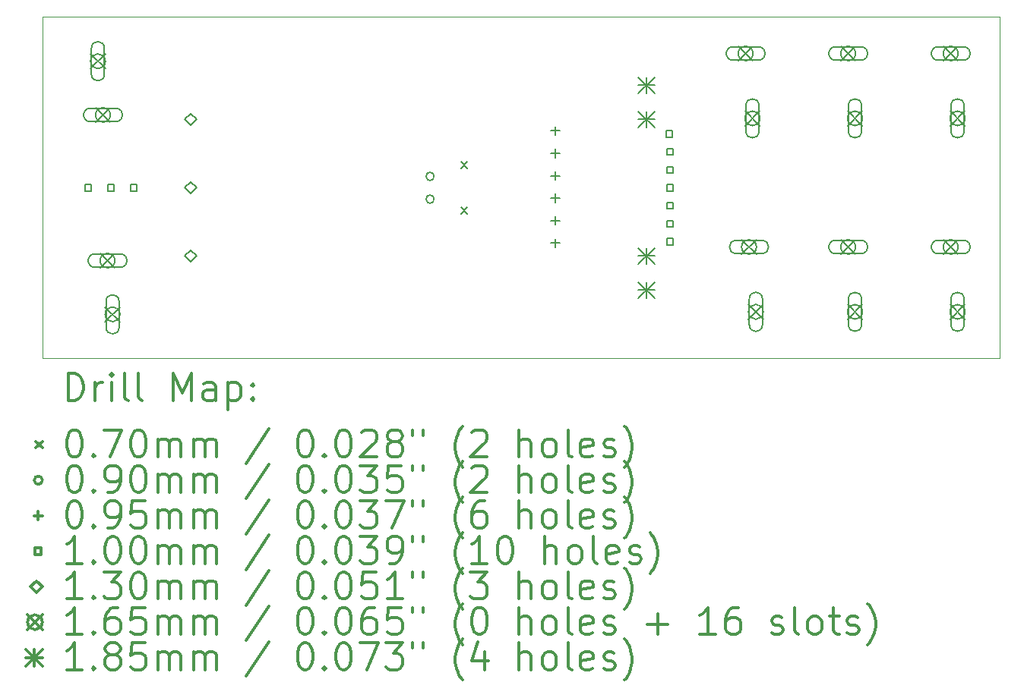
<source format=gbr>
%FSLAX45Y45*%
G04 Gerber Fmt 4.5, Leading zero omitted, Abs format (unit mm)*
G04 Created by KiCad (PCBNEW (5.1.9)-1) date 2021-04-12 23:16:39*
%MOMM*%
%LPD*%
G01*
G04 APERTURE LIST*
%TA.AperFunction,Profile*%
%ADD10C,0.050000*%
%TD*%
%ADD11C,0.200000*%
%ADD12C,0.300000*%
G04 APERTURE END LIST*
D10*
X18288000Y-8255000D02*
X18288000Y-4445000D01*
X7620000Y-8255000D02*
X18288000Y-8255000D01*
X7620000Y-4445000D02*
X7620000Y-8255000D01*
X18288000Y-4445000D02*
X7620000Y-4445000D01*
D11*
X12284000Y-6061000D02*
X12354000Y-6131000D01*
X12354000Y-6061000D02*
X12284000Y-6131000D01*
X12284000Y-6569000D02*
X12354000Y-6639000D01*
X12354000Y-6569000D02*
X12284000Y-6639000D01*
X11983000Y-6223000D02*
G75*
G03*
X11983000Y-6223000I-45000J0D01*
G01*
X11983000Y-6477000D02*
G75*
G03*
X11983000Y-6477000I-45000J0D01*
G01*
X13335000Y-5667500D02*
X13335000Y-5762500D01*
X13287500Y-5715000D02*
X13382500Y-5715000D01*
X13335000Y-5917500D02*
X13335000Y-6012500D01*
X13287500Y-5965000D02*
X13382500Y-5965000D01*
X13335000Y-6167500D02*
X13335000Y-6262500D01*
X13287500Y-6215000D02*
X13382500Y-6215000D01*
X13335000Y-6417500D02*
X13335000Y-6512500D01*
X13287500Y-6465000D02*
X13382500Y-6465000D01*
X13335000Y-6667500D02*
X13335000Y-6762500D01*
X13287500Y-6715000D02*
X13382500Y-6715000D01*
X13335000Y-6917500D02*
X13335000Y-7012500D01*
X13287500Y-6965000D02*
X13382500Y-6965000D01*
X8163356Y-6385356D02*
X8163356Y-6314644D01*
X8092644Y-6314644D01*
X8092644Y-6385356D01*
X8163356Y-6385356D01*
X8417356Y-6385356D02*
X8417356Y-6314644D01*
X8346644Y-6314644D01*
X8346644Y-6385356D01*
X8417356Y-6385356D01*
X8671356Y-6385356D02*
X8671356Y-6314644D01*
X8600644Y-6314644D01*
X8600644Y-6385356D01*
X8671356Y-6385356D01*
X14640356Y-5785356D02*
X14640356Y-5714644D01*
X14569644Y-5714644D01*
X14569644Y-5785356D01*
X14640356Y-5785356D01*
X14646356Y-5985356D02*
X14646356Y-5914644D01*
X14575644Y-5914644D01*
X14575644Y-5985356D01*
X14646356Y-5985356D01*
X14646356Y-6185356D02*
X14646356Y-6114644D01*
X14575644Y-6114644D01*
X14575644Y-6185356D01*
X14646356Y-6185356D01*
X14646356Y-6385356D02*
X14646356Y-6314644D01*
X14575644Y-6314644D01*
X14575644Y-6385356D01*
X14646356Y-6385356D01*
X14646356Y-6585356D02*
X14646356Y-6514644D01*
X14575644Y-6514644D01*
X14575644Y-6585356D01*
X14646356Y-6585356D01*
X14646356Y-6785356D02*
X14646356Y-6714644D01*
X14575644Y-6714644D01*
X14575644Y-6785356D01*
X14646356Y-6785356D01*
X14646356Y-6985356D02*
X14646356Y-6914644D01*
X14575644Y-6914644D01*
X14575644Y-6985356D01*
X14646356Y-6985356D01*
X9271000Y-5653000D02*
X9336000Y-5588000D01*
X9271000Y-5523000D01*
X9206000Y-5588000D01*
X9271000Y-5653000D01*
X9271000Y-6415000D02*
X9336000Y-6350000D01*
X9271000Y-6285000D01*
X9206000Y-6350000D01*
X9271000Y-6415000D01*
X9271000Y-7177000D02*
X9336000Y-7112000D01*
X9271000Y-7047000D01*
X9206000Y-7112000D01*
X9271000Y-7177000D01*
X8154650Y-4855250D02*
X8319750Y-5020350D01*
X8319750Y-4855250D02*
X8154650Y-5020350D01*
X8319750Y-4937800D02*
G75*
G03*
X8319750Y-4937800I-82550J0D01*
G01*
X8164650Y-4791750D02*
X8164650Y-5083850D01*
X8309750Y-4791750D02*
X8309750Y-5083850D01*
X8164650Y-5083850D02*
G75*
G03*
X8309750Y-5083850I72550J0D01*
G01*
X8309750Y-4791750D02*
G75*
G03*
X8164650Y-4791750I-72550J0D01*
G01*
X8210550Y-5454650D02*
X8375650Y-5619750D01*
X8375650Y-5454650D02*
X8210550Y-5619750D01*
X8375650Y-5537200D02*
G75*
G03*
X8375650Y-5537200I-82550J0D01*
G01*
X8439150Y-5464650D02*
X8147050Y-5464650D01*
X8439150Y-5609750D02*
X8147050Y-5609750D01*
X8147050Y-5464650D02*
G75*
G03*
X8147050Y-5609750I0J-72550D01*
G01*
X8439150Y-5609750D02*
G75*
G03*
X8439150Y-5464650I0J72550D01*
G01*
X8261350Y-7080250D02*
X8426450Y-7245350D01*
X8426450Y-7080250D02*
X8261350Y-7245350D01*
X8426450Y-7162800D02*
G75*
G03*
X8426450Y-7162800I-82550J0D01*
G01*
X8197850Y-7235350D02*
X8489950Y-7235350D01*
X8197850Y-7090250D02*
X8489950Y-7090250D01*
X8489950Y-7235350D02*
G75*
G03*
X8489950Y-7090250I0J72550D01*
G01*
X8197850Y-7090250D02*
G75*
G03*
X8197850Y-7235350I0J-72550D01*
G01*
X8317250Y-7679650D02*
X8482350Y-7844750D01*
X8482350Y-7679650D02*
X8317250Y-7844750D01*
X8482350Y-7762200D02*
G75*
G03*
X8482350Y-7762200I-82550J0D01*
G01*
X8472350Y-7908250D02*
X8472350Y-7616150D01*
X8327250Y-7908250D02*
X8327250Y-7616150D01*
X8472350Y-7616150D02*
G75*
G03*
X8327250Y-7616150I-72550J0D01*
G01*
X8327250Y-7908250D02*
G75*
G03*
X8472350Y-7908250I72550J0D01*
G01*
X15373350Y-4768850D02*
X15538450Y-4933950D01*
X15538450Y-4768850D02*
X15373350Y-4933950D01*
X15538450Y-4851400D02*
G75*
G03*
X15538450Y-4851400I-82550J0D01*
G01*
X15309850Y-4923950D02*
X15601950Y-4923950D01*
X15309850Y-4778850D02*
X15601950Y-4778850D01*
X15601950Y-4923950D02*
G75*
G03*
X15601950Y-4778850I0J72550D01*
G01*
X15309850Y-4778850D02*
G75*
G03*
X15309850Y-4923950I0J-72550D01*
G01*
X15411450Y-6927850D02*
X15576550Y-7092950D01*
X15576550Y-6927850D02*
X15411450Y-7092950D01*
X15576550Y-7010400D02*
G75*
G03*
X15576550Y-7010400I-82550J0D01*
G01*
X15347950Y-7082950D02*
X15640050Y-7082950D01*
X15347950Y-6937850D02*
X15640050Y-6937850D01*
X15640050Y-7082950D02*
G75*
G03*
X15640050Y-6937850I0J72550D01*
G01*
X15347950Y-6937850D02*
G75*
G03*
X15347950Y-7082950I0J-72550D01*
G01*
X15449550Y-5492750D02*
X15614650Y-5657850D01*
X15614650Y-5492750D02*
X15449550Y-5657850D01*
X15614650Y-5575300D02*
G75*
G03*
X15614650Y-5575300I-82550J0D01*
G01*
X15604650Y-5721350D02*
X15604650Y-5429250D01*
X15459550Y-5721350D02*
X15459550Y-5429250D01*
X15604650Y-5429250D02*
G75*
G03*
X15459550Y-5429250I-72550J0D01*
G01*
X15459550Y-5721350D02*
G75*
G03*
X15604650Y-5721350I72550J0D01*
G01*
X15487650Y-7651750D02*
X15652750Y-7816850D01*
X15652750Y-7651750D02*
X15487650Y-7816850D01*
X15652750Y-7734300D02*
G75*
G03*
X15652750Y-7734300I-82550J0D01*
G01*
X15642750Y-7880350D02*
X15642750Y-7588250D01*
X15497650Y-7880350D02*
X15497650Y-7588250D01*
X15642750Y-7588250D02*
G75*
G03*
X15497650Y-7588250I-72550J0D01*
G01*
X15497650Y-7880350D02*
G75*
G03*
X15642750Y-7880350I72550J0D01*
G01*
X16516350Y-4768850D02*
X16681450Y-4933950D01*
X16681450Y-4768850D02*
X16516350Y-4933950D01*
X16681450Y-4851400D02*
G75*
G03*
X16681450Y-4851400I-82550J0D01*
G01*
X16452850Y-4923950D02*
X16744950Y-4923950D01*
X16452850Y-4778850D02*
X16744950Y-4778850D01*
X16744950Y-4923950D02*
G75*
G03*
X16744950Y-4778850I0J72550D01*
G01*
X16452850Y-4778850D02*
G75*
G03*
X16452850Y-4923950I0J-72550D01*
G01*
X16516350Y-6927850D02*
X16681450Y-7092950D01*
X16681450Y-6927850D02*
X16516350Y-7092950D01*
X16681450Y-7010400D02*
G75*
G03*
X16681450Y-7010400I-82550J0D01*
G01*
X16452850Y-7082950D02*
X16744950Y-7082950D01*
X16452850Y-6937850D02*
X16744950Y-6937850D01*
X16744950Y-7082950D02*
G75*
G03*
X16744950Y-6937850I0J72550D01*
G01*
X16452850Y-6937850D02*
G75*
G03*
X16452850Y-7082950I0J-72550D01*
G01*
X16592550Y-5492750D02*
X16757650Y-5657850D01*
X16757650Y-5492750D02*
X16592550Y-5657850D01*
X16757650Y-5575300D02*
G75*
G03*
X16757650Y-5575300I-82550J0D01*
G01*
X16747650Y-5721350D02*
X16747650Y-5429250D01*
X16602550Y-5721350D02*
X16602550Y-5429250D01*
X16747650Y-5429250D02*
G75*
G03*
X16602550Y-5429250I-72550J0D01*
G01*
X16602550Y-5721350D02*
G75*
G03*
X16747650Y-5721350I72550J0D01*
G01*
X16592550Y-7651750D02*
X16757650Y-7816850D01*
X16757650Y-7651750D02*
X16592550Y-7816850D01*
X16757650Y-7734300D02*
G75*
G03*
X16757650Y-7734300I-82550J0D01*
G01*
X16747650Y-7880350D02*
X16747650Y-7588250D01*
X16602550Y-7880350D02*
X16602550Y-7588250D01*
X16747650Y-7588250D02*
G75*
G03*
X16602550Y-7588250I-72550J0D01*
G01*
X16602550Y-7880350D02*
G75*
G03*
X16747650Y-7880350I72550J0D01*
G01*
X17659350Y-4768850D02*
X17824450Y-4933950D01*
X17824450Y-4768850D02*
X17659350Y-4933950D01*
X17824450Y-4851400D02*
G75*
G03*
X17824450Y-4851400I-82550J0D01*
G01*
X17595850Y-4923950D02*
X17887950Y-4923950D01*
X17595850Y-4778850D02*
X17887950Y-4778850D01*
X17887950Y-4923950D02*
G75*
G03*
X17887950Y-4778850I0J72550D01*
G01*
X17595850Y-4778850D02*
G75*
G03*
X17595850Y-4923950I0J-72550D01*
G01*
X17659350Y-6927850D02*
X17824450Y-7092950D01*
X17824450Y-6927850D02*
X17659350Y-7092950D01*
X17824450Y-7010400D02*
G75*
G03*
X17824450Y-7010400I-82550J0D01*
G01*
X17595850Y-7082950D02*
X17887950Y-7082950D01*
X17595850Y-6937850D02*
X17887950Y-6937850D01*
X17887950Y-7082950D02*
G75*
G03*
X17887950Y-6937850I0J72550D01*
G01*
X17595850Y-6937850D02*
G75*
G03*
X17595850Y-7082950I0J-72550D01*
G01*
X17735550Y-5492750D02*
X17900650Y-5657850D01*
X17900650Y-5492750D02*
X17735550Y-5657850D01*
X17900650Y-5575300D02*
G75*
G03*
X17900650Y-5575300I-82550J0D01*
G01*
X17890650Y-5721350D02*
X17890650Y-5429250D01*
X17745550Y-5721350D02*
X17745550Y-5429250D01*
X17890650Y-5429250D02*
G75*
G03*
X17745550Y-5429250I-72550J0D01*
G01*
X17745550Y-5721350D02*
G75*
G03*
X17890650Y-5721350I72550J0D01*
G01*
X17735550Y-7651750D02*
X17900650Y-7816850D01*
X17900650Y-7651750D02*
X17735550Y-7816850D01*
X17900650Y-7734300D02*
G75*
G03*
X17900650Y-7734300I-82550J0D01*
G01*
X17890650Y-7880350D02*
X17890650Y-7588250D01*
X17745550Y-7880350D02*
X17745550Y-7588250D01*
X17890650Y-7588250D02*
G75*
G03*
X17745550Y-7588250I-72550J0D01*
G01*
X17745550Y-7880350D02*
G75*
G03*
X17890650Y-7880350I72550J0D01*
G01*
X14258500Y-5114500D02*
X14443500Y-5299500D01*
X14443500Y-5114500D02*
X14258500Y-5299500D01*
X14351000Y-5114500D02*
X14351000Y-5299500D01*
X14258500Y-5207000D02*
X14443500Y-5207000D01*
X14258500Y-5495500D02*
X14443500Y-5680500D01*
X14443500Y-5495500D02*
X14258500Y-5680500D01*
X14351000Y-5495500D02*
X14351000Y-5680500D01*
X14258500Y-5588000D02*
X14443500Y-5588000D01*
X14258500Y-7019500D02*
X14443500Y-7204500D01*
X14443500Y-7019500D02*
X14258500Y-7204500D01*
X14351000Y-7019500D02*
X14351000Y-7204500D01*
X14258500Y-7112000D02*
X14443500Y-7112000D01*
X14258500Y-7400500D02*
X14443500Y-7585500D01*
X14443500Y-7400500D02*
X14258500Y-7585500D01*
X14351000Y-7400500D02*
X14351000Y-7585500D01*
X14258500Y-7493000D02*
X14443500Y-7493000D01*
D12*
X7903928Y-8723214D02*
X7903928Y-8423214D01*
X7975357Y-8423214D01*
X8018214Y-8437500D01*
X8046786Y-8466072D01*
X8061071Y-8494643D01*
X8075357Y-8551786D01*
X8075357Y-8594643D01*
X8061071Y-8651786D01*
X8046786Y-8680357D01*
X8018214Y-8708929D01*
X7975357Y-8723214D01*
X7903928Y-8723214D01*
X8203928Y-8723214D02*
X8203928Y-8523214D01*
X8203928Y-8580357D02*
X8218214Y-8551786D01*
X8232500Y-8537500D01*
X8261071Y-8523214D01*
X8289643Y-8523214D01*
X8389643Y-8723214D02*
X8389643Y-8523214D01*
X8389643Y-8423214D02*
X8375357Y-8437500D01*
X8389643Y-8451786D01*
X8403928Y-8437500D01*
X8389643Y-8423214D01*
X8389643Y-8451786D01*
X8575357Y-8723214D02*
X8546786Y-8708929D01*
X8532500Y-8680357D01*
X8532500Y-8423214D01*
X8732500Y-8723214D02*
X8703928Y-8708929D01*
X8689643Y-8680357D01*
X8689643Y-8423214D01*
X9075357Y-8723214D02*
X9075357Y-8423214D01*
X9175357Y-8637500D01*
X9275357Y-8423214D01*
X9275357Y-8723214D01*
X9546786Y-8723214D02*
X9546786Y-8566072D01*
X9532500Y-8537500D01*
X9503928Y-8523214D01*
X9446786Y-8523214D01*
X9418214Y-8537500D01*
X9546786Y-8708929D02*
X9518214Y-8723214D01*
X9446786Y-8723214D01*
X9418214Y-8708929D01*
X9403928Y-8680357D01*
X9403928Y-8651786D01*
X9418214Y-8623214D01*
X9446786Y-8608929D01*
X9518214Y-8608929D01*
X9546786Y-8594643D01*
X9689643Y-8523214D02*
X9689643Y-8823214D01*
X9689643Y-8537500D02*
X9718214Y-8523214D01*
X9775357Y-8523214D01*
X9803928Y-8537500D01*
X9818214Y-8551786D01*
X9832500Y-8580357D01*
X9832500Y-8666072D01*
X9818214Y-8694643D01*
X9803928Y-8708929D01*
X9775357Y-8723214D01*
X9718214Y-8723214D01*
X9689643Y-8708929D01*
X9961071Y-8694643D02*
X9975357Y-8708929D01*
X9961071Y-8723214D01*
X9946786Y-8708929D01*
X9961071Y-8694643D01*
X9961071Y-8723214D01*
X9961071Y-8537500D02*
X9975357Y-8551786D01*
X9961071Y-8566072D01*
X9946786Y-8551786D01*
X9961071Y-8537500D01*
X9961071Y-8566072D01*
X7547500Y-9182500D02*
X7617500Y-9252500D01*
X7617500Y-9182500D02*
X7547500Y-9252500D01*
X7961071Y-9053214D02*
X7989643Y-9053214D01*
X8018214Y-9067500D01*
X8032500Y-9081786D01*
X8046786Y-9110357D01*
X8061071Y-9167500D01*
X8061071Y-9238929D01*
X8046786Y-9296072D01*
X8032500Y-9324643D01*
X8018214Y-9338929D01*
X7989643Y-9353214D01*
X7961071Y-9353214D01*
X7932500Y-9338929D01*
X7918214Y-9324643D01*
X7903928Y-9296072D01*
X7889643Y-9238929D01*
X7889643Y-9167500D01*
X7903928Y-9110357D01*
X7918214Y-9081786D01*
X7932500Y-9067500D01*
X7961071Y-9053214D01*
X8189643Y-9324643D02*
X8203928Y-9338929D01*
X8189643Y-9353214D01*
X8175357Y-9338929D01*
X8189643Y-9324643D01*
X8189643Y-9353214D01*
X8303928Y-9053214D02*
X8503928Y-9053214D01*
X8375357Y-9353214D01*
X8675357Y-9053214D02*
X8703928Y-9053214D01*
X8732500Y-9067500D01*
X8746786Y-9081786D01*
X8761071Y-9110357D01*
X8775357Y-9167500D01*
X8775357Y-9238929D01*
X8761071Y-9296072D01*
X8746786Y-9324643D01*
X8732500Y-9338929D01*
X8703928Y-9353214D01*
X8675357Y-9353214D01*
X8646786Y-9338929D01*
X8632500Y-9324643D01*
X8618214Y-9296072D01*
X8603928Y-9238929D01*
X8603928Y-9167500D01*
X8618214Y-9110357D01*
X8632500Y-9081786D01*
X8646786Y-9067500D01*
X8675357Y-9053214D01*
X8903928Y-9353214D02*
X8903928Y-9153214D01*
X8903928Y-9181786D02*
X8918214Y-9167500D01*
X8946786Y-9153214D01*
X8989643Y-9153214D01*
X9018214Y-9167500D01*
X9032500Y-9196072D01*
X9032500Y-9353214D01*
X9032500Y-9196072D02*
X9046786Y-9167500D01*
X9075357Y-9153214D01*
X9118214Y-9153214D01*
X9146786Y-9167500D01*
X9161071Y-9196072D01*
X9161071Y-9353214D01*
X9303928Y-9353214D02*
X9303928Y-9153214D01*
X9303928Y-9181786D02*
X9318214Y-9167500D01*
X9346786Y-9153214D01*
X9389643Y-9153214D01*
X9418214Y-9167500D01*
X9432500Y-9196072D01*
X9432500Y-9353214D01*
X9432500Y-9196072D02*
X9446786Y-9167500D01*
X9475357Y-9153214D01*
X9518214Y-9153214D01*
X9546786Y-9167500D01*
X9561071Y-9196072D01*
X9561071Y-9353214D01*
X10146786Y-9038929D02*
X9889643Y-9424643D01*
X10532500Y-9053214D02*
X10561071Y-9053214D01*
X10589643Y-9067500D01*
X10603928Y-9081786D01*
X10618214Y-9110357D01*
X10632500Y-9167500D01*
X10632500Y-9238929D01*
X10618214Y-9296072D01*
X10603928Y-9324643D01*
X10589643Y-9338929D01*
X10561071Y-9353214D01*
X10532500Y-9353214D01*
X10503928Y-9338929D01*
X10489643Y-9324643D01*
X10475357Y-9296072D01*
X10461071Y-9238929D01*
X10461071Y-9167500D01*
X10475357Y-9110357D01*
X10489643Y-9081786D01*
X10503928Y-9067500D01*
X10532500Y-9053214D01*
X10761071Y-9324643D02*
X10775357Y-9338929D01*
X10761071Y-9353214D01*
X10746786Y-9338929D01*
X10761071Y-9324643D01*
X10761071Y-9353214D01*
X10961071Y-9053214D02*
X10989643Y-9053214D01*
X11018214Y-9067500D01*
X11032500Y-9081786D01*
X11046786Y-9110357D01*
X11061071Y-9167500D01*
X11061071Y-9238929D01*
X11046786Y-9296072D01*
X11032500Y-9324643D01*
X11018214Y-9338929D01*
X10989643Y-9353214D01*
X10961071Y-9353214D01*
X10932500Y-9338929D01*
X10918214Y-9324643D01*
X10903928Y-9296072D01*
X10889643Y-9238929D01*
X10889643Y-9167500D01*
X10903928Y-9110357D01*
X10918214Y-9081786D01*
X10932500Y-9067500D01*
X10961071Y-9053214D01*
X11175357Y-9081786D02*
X11189643Y-9067500D01*
X11218214Y-9053214D01*
X11289643Y-9053214D01*
X11318214Y-9067500D01*
X11332500Y-9081786D01*
X11346786Y-9110357D01*
X11346786Y-9138929D01*
X11332500Y-9181786D01*
X11161071Y-9353214D01*
X11346786Y-9353214D01*
X11518214Y-9181786D02*
X11489643Y-9167500D01*
X11475357Y-9153214D01*
X11461071Y-9124643D01*
X11461071Y-9110357D01*
X11475357Y-9081786D01*
X11489643Y-9067500D01*
X11518214Y-9053214D01*
X11575357Y-9053214D01*
X11603928Y-9067500D01*
X11618214Y-9081786D01*
X11632500Y-9110357D01*
X11632500Y-9124643D01*
X11618214Y-9153214D01*
X11603928Y-9167500D01*
X11575357Y-9181786D01*
X11518214Y-9181786D01*
X11489643Y-9196072D01*
X11475357Y-9210357D01*
X11461071Y-9238929D01*
X11461071Y-9296072D01*
X11475357Y-9324643D01*
X11489643Y-9338929D01*
X11518214Y-9353214D01*
X11575357Y-9353214D01*
X11603928Y-9338929D01*
X11618214Y-9324643D01*
X11632500Y-9296072D01*
X11632500Y-9238929D01*
X11618214Y-9210357D01*
X11603928Y-9196072D01*
X11575357Y-9181786D01*
X11746786Y-9053214D02*
X11746786Y-9110357D01*
X11861071Y-9053214D02*
X11861071Y-9110357D01*
X12303928Y-9467500D02*
X12289643Y-9453214D01*
X12261071Y-9410357D01*
X12246786Y-9381786D01*
X12232500Y-9338929D01*
X12218214Y-9267500D01*
X12218214Y-9210357D01*
X12232500Y-9138929D01*
X12246786Y-9096072D01*
X12261071Y-9067500D01*
X12289643Y-9024643D01*
X12303928Y-9010357D01*
X12403928Y-9081786D02*
X12418214Y-9067500D01*
X12446786Y-9053214D01*
X12518214Y-9053214D01*
X12546786Y-9067500D01*
X12561071Y-9081786D01*
X12575357Y-9110357D01*
X12575357Y-9138929D01*
X12561071Y-9181786D01*
X12389643Y-9353214D01*
X12575357Y-9353214D01*
X12932500Y-9353214D02*
X12932500Y-9053214D01*
X13061071Y-9353214D02*
X13061071Y-9196072D01*
X13046786Y-9167500D01*
X13018214Y-9153214D01*
X12975357Y-9153214D01*
X12946786Y-9167500D01*
X12932500Y-9181786D01*
X13246786Y-9353214D02*
X13218214Y-9338929D01*
X13203928Y-9324643D01*
X13189643Y-9296072D01*
X13189643Y-9210357D01*
X13203928Y-9181786D01*
X13218214Y-9167500D01*
X13246786Y-9153214D01*
X13289643Y-9153214D01*
X13318214Y-9167500D01*
X13332500Y-9181786D01*
X13346786Y-9210357D01*
X13346786Y-9296072D01*
X13332500Y-9324643D01*
X13318214Y-9338929D01*
X13289643Y-9353214D01*
X13246786Y-9353214D01*
X13518214Y-9353214D02*
X13489643Y-9338929D01*
X13475357Y-9310357D01*
X13475357Y-9053214D01*
X13746786Y-9338929D02*
X13718214Y-9353214D01*
X13661071Y-9353214D01*
X13632500Y-9338929D01*
X13618214Y-9310357D01*
X13618214Y-9196072D01*
X13632500Y-9167500D01*
X13661071Y-9153214D01*
X13718214Y-9153214D01*
X13746786Y-9167500D01*
X13761071Y-9196072D01*
X13761071Y-9224643D01*
X13618214Y-9253214D01*
X13875357Y-9338929D02*
X13903928Y-9353214D01*
X13961071Y-9353214D01*
X13989643Y-9338929D01*
X14003928Y-9310357D01*
X14003928Y-9296072D01*
X13989643Y-9267500D01*
X13961071Y-9253214D01*
X13918214Y-9253214D01*
X13889643Y-9238929D01*
X13875357Y-9210357D01*
X13875357Y-9196072D01*
X13889643Y-9167500D01*
X13918214Y-9153214D01*
X13961071Y-9153214D01*
X13989643Y-9167500D01*
X14103928Y-9467500D02*
X14118214Y-9453214D01*
X14146786Y-9410357D01*
X14161071Y-9381786D01*
X14175357Y-9338929D01*
X14189643Y-9267500D01*
X14189643Y-9210357D01*
X14175357Y-9138929D01*
X14161071Y-9096072D01*
X14146786Y-9067500D01*
X14118214Y-9024643D01*
X14103928Y-9010357D01*
X7617500Y-9613500D02*
G75*
G03*
X7617500Y-9613500I-45000J0D01*
G01*
X7961071Y-9449214D02*
X7989643Y-9449214D01*
X8018214Y-9463500D01*
X8032500Y-9477786D01*
X8046786Y-9506357D01*
X8061071Y-9563500D01*
X8061071Y-9634929D01*
X8046786Y-9692072D01*
X8032500Y-9720643D01*
X8018214Y-9734929D01*
X7989643Y-9749214D01*
X7961071Y-9749214D01*
X7932500Y-9734929D01*
X7918214Y-9720643D01*
X7903928Y-9692072D01*
X7889643Y-9634929D01*
X7889643Y-9563500D01*
X7903928Y-9506357D01*
X7918214Y-9477786D01*
X7932500Y-9463500D01*
X7961071Y-9449214D01*
X8189643Y-9720643D02*
X8203928Y-9734929D01*
X8189643Y-9749214D01*
X8175357Y-9734929D01*
X8189643Y-9720643D01*
X8189643Y-9749214D01*
X8346786Y-9749214D02*
X8403928Y-9749214D01*
X8432500Y-9734929D01*
X8446786Y-9720643D01*
X8475357Y-9677786D01*
X8489643Y-9620643D01*
X8489643Y-9506357D01*
X8475357Y-9477786D01*
X8461071Y-9463500D01*
X8432500Y-9449214D01*
X8375357Y-9449214D01*
X8346786Y-9463500D01*
X8332500Y-9477786D01*
X8318214Y-9506357D01*
X8318214Y-9577786D01*
X8332500Y-9606357D01*
X8346786Y-9620643D01*
X8375357Y-9634929D01*
X8432500Y-9634929D01*
X8461071Y-9620643D01*
X8475357Y-9606357D01*
X8489643Y-9577786D01*
X8675357Y-9449214D02*
X8703928Y-9449214D01*
X8732500Y-9463500D01*
X8746786Y-9477786D01*
X8761071Y-9506357D01*
X8775357Y-9563500D01*
X8775357Y-9634929D01*
X8761071Y-9692072D01*
X8746786Y-9720643D01*
X8732500Y-9734929D01*
X8703928Y-9749214D01*
X8675357Y-9749214D01*
X8646786Y-9734929D01*
X8632500Y-9720643D01*
X8618214Y-9692072D01*
X8603928Y-9634929D01*
X8603928Y-9563500D01*
X8618214Y-9506357D01*
X8632500Y-9477786D01*
X8646786Y-9463500D01*
X8675357Y-9449214D01*
X8903928Y-9749214D02*
X8903928Y-9549214D01*
X8903928Y-9577786D02*
X8918214Y-9563500D01*
X8946786Y-9549214D01*
X8989643Y-9549214D01*
X9018214Y-9563500D01*
X9032500Y-9592072D01*
X9032500Y-9749214D01*
X9032500Y-9592072D02*
X9046786Y-9563500D01*
X9075357Y-9549214D01*
X9118214Y-9549214D01*
X9146786Y-9563500D01*
X9161071Y-9592072D01*
X9161071Y-9749214D01*
X9303928Y-9749214D02*
X9303928Y-9549214D01*
X9303928Y-9577786D02*
X9318214Y-9563500D01*
X9346786Y-9549214D01*
X9389643Y-9549214D01*
X9418214Y-9563500D01*
X9432500Y-9592072D01*
X9432500Y-9749214D01*
X9432500Y-9592072D02*
X9446786Y-9563500D01*
X9475357Y-9549214D01*
X9518214Y-9549214D01*
X9546786Y-9563500D01*
X9561071Y-9592072D01*
X9561071Y-9749214D01*
X10146786Y-9434929D02*
X9889643Y-9820643D01*
X10532500Y-9449214D02*
X10561071Y-9449214D01*
X10589643Y-9463500D01*
X10603928Y-9477786D01*
X10618214Y-9506357D01*
X10632500Y-9563500D01*
X10632500Y-9634929D01*
X10618214Y-9692072D01*
X10603928Y-9720643D01*
X10589643Y-9734929D01*
X10561071Y-9749214D01*
X10532500Y-9749214D01*
X10503928Y-9734929D01*
X10489643Y-9720643D01*
X10475357Y-9692072D01*
X10461071Y-9634929D01*
X10461071Y-9563500D01*
X10475357Y-9506357D01*
X10489643Y-9477786D01*
X10503928Y-9463500D01*
X10532500Y-9449214D01*
X10761071Y-9720643D02*
X10775357Y-9734929D01*
X10761071Y-9749214D01*
X10746786Y-9734929D01*
X10761071Y-9720643D01*
X10761071Y-9749214D01*
X10961071Y-9449214D02*
X10989643Y-9449214D01*
X11018214Y-9463500D01*
X11032500Y-9477786D01*
X11046786Y-9506357D01*
X11061071Y-9563500D01*
X11061071Y-9634929D01*
X11046786Y-9692072D01*
X11032500Y-9720643D01*
X11018214Y-9734929D01*
X10989643Y-9749214D01*
X10961071Y-9749214D01*
X10932500Y-9734929D01*
X10918214Y-9720643D01*
X10903928Y-9692072D01*
X10889643Y-9634929D01*
X10889643Y-9563500D01*
X10903928Y-9506357D01*
X10918214Y-9477786D01*
X10932500Y-9463500D01*
X10961071Y-9449214D01*
X11161071Y-9449214D02*
X11346786Y-9449214D01*
X11246786Y-9563500D01*
X11289643Y-9563500D01*
X11318214Y-9577786D01*
X11332500Y-9592072D01*
X11346786Y-9620643D01*
X11346786Y-9692072D01*
X11332500Y-9720643D01*
X11318214Y-9734929D01*
X11289643Y-9749214D01*
X11203928Y-9749214D01*
X11175357Y-9734929D01*
X11161071Y-9720643D01*
X11618214Y-9449214D02*
X11475357Y-9449214D01*
X11461071Y-9592072D01*
X11475357Y-9577786D01*
X11503928Y-9563500D01*
X11575357Y-9563500D01*
X11603928Y-9577786D01*
X11618214Y-9592072D01*
X11632500Y-9620643D01*
X11632500Y-9692072D01*
X11618214Y-9720643D01*
X11603928Y-9734929D01*
X11575357Y-9749214D01*
X11503928Y-9749214D01*
X11475357Y-9734929D01*
X11461071Y-9720643D01*
X11746786Y-9449214D02*
X11746786Y-9506357D01*
X11861071Y-9449214D02*
X11861071Y-9506357D01*
X12303928Y-9863500D02*
X12289643Y-9849214D01*
X12261071Y-9806357D01*
X12246786Y-9777786D01*
X12232500Y-9734929D01*
X12218214Y-9663500D01*
X12218214Y-9606357D01*
X12232500Y-9534929D01*
X12246786Y-9492072D01*
X12261071Y-9463500D01*
X12289643Y-9420643D01*
X12303928Y-9406357D01*
X12403928Y-9477786D02*
X12418214Y-9463500D01*
X12446786Y-9449214D01*
X12518214Y-9449214D01*
X12546786Y-9463500D01*
X12561071Y-9477786D01*
X12575357Y-9506357D01*
X12575357Y-9534929D01*
X12561071Y-9577786D01*
X12389643Y-9749214D01*
X12575357Y-9749214D01*
X12932500Y-9749214D02*
X12932500Y-9449214D01*
X13061071Y-9749214D02*
X13061071Y-9592072D01*
X13046786Y-9563500D01*
X13018214Y-9549214D01*
X12975357Y-9549214D01*
X12946786Y-9563500D01*
X12932500Y-9577786D01*
X13246786Y-9749214D02*
X13218214Y-9734929D01*
X13203928Y-9720643D01*
X13189643Y-9692072D01*
X13189643Y-9606357D01*
X13203928Y-9577786D01*
X13218214Y-9563500D01*
X13246786Y-9549214D01*
X13289643Y-9549214D01*
X13318214Y-9563500D01*
X13332500Y-9577786D01*
X13346786Y-9606357D01*
X13346786Y-9692072D01*
X13332500Y-9720643D01*
X13318214Y-9734929D01*
X13289643Y-9749214D01*
X13246786Y-9749214D01*
X13518214Y-9749214D02*
X13489643Y-9734929D01*
X13475357Y-9706357D01*
X13475357Y-9449214D01*
X13746786Y-9734929D02*
X13718214Y-9749214D01*
X13661071Y-9749214D01*
X13632500Y-9734929D01*
X13618214Y-9706357D01*
X13618214Y-9592072D01*
X13632500Y-9563500D01*
X13661071Y-9549214D01*
X13718214Y-9549214D01*
X13746786Y-9563500D01*
X13761071Y-9592072D01*
X13761071Y-9620643D01*
X13618214Y-9649214D01*
X13875357Y-9734929D02*
X13903928Y-9749214D01*
X13961071Y-9749214D01*
X13989643Y-9734929D01*
X14003928Y-9706357D01*
X14003928Y-9692072D01*
X13989643Y-9663500D01*
X13961071Y-9649214D01*
X13918214Y-9649214D01*
X13889643Y-9634929D01*
X13875357Y-9606357D01*
X13875357Y-9592072D01*
X13889643Y-9563500D01*
X13918214Y-9549214D01*
X13961071Y-9549214D01*
X13989643Y-9563500D01*
X14103928Y-9863500D02*
X14118214Y-9849214D01*
X14146786Y-9806357D01*
X14161071Y-9777786D01*
X14175357Y-9734929D01*
X14189643Y-9663500D01*
X14189643Y-9606357D01*
X14175357Y-9534929D01*
X14161071Y-9492072D01*
X14146786Y-9463500D01*
X14118214Y-9420643D01*
X14103928Y-9406357D01*
X7570000Y-9962000D02*
X7570000Y-10057000D01*
X7522500Y-10009500D02*
X7617500Y-10009500D01*
X7961071Y-9845214D02*
X7989643Y-9845214D01*
X8018214Y-9859500D01*
X8032500Y-9873786D01*
X8046786Y-9902357D01*
X8061071Y-9959500D01*
X8061071Y-10030929D01*
X8046786Y-10088072D01*
X8032500Y-10116643D01*
X8018214Y-10130929D01*
X7989643Y-10145214D01*
X7961071Y-10145214D01*
X7932500Y-10130929D01*
X7918214Y-10116643D01*
X7903928Y-10088072D01*
X7889643Y-10030929D01*
X7889643Y-9959500D01*
X7903928Y-9902357D01*
X7918214Y-9873786D01*
X7932500Y-9859500D01*
X7961071Y-9845214D01*
X8189643Y-10116643D02*
X8203928Y-10130929D01*
X8189643Y-10145214D01*
X8175357Y-10130929D01*
X8189643Y-10116643D01*
X8189643Y-10145214D01*
X8346786Y-10145214D02*
X8403928Y-10145214D01*
X8432500Y-10130929D01*
X8446786Y-10116643D01*
X8475357Y-10073786D01*
X8489643Y-10016643D01*
X8489643Y-9902357D01*
X8475357Y-9873786D01*
X8461071Y-9859500D01*
X8432500Y-9845214D01*
X8375357Y-9845214D01*
X8346786Y-9859500D01*
X8332500Y-9873786D01*
X8318214Y-9902357D01*
X8318214Y-9973786D01*
X8332500Y-10002357D01*
X8346786Y-10016643D01*
X8375357Y-10030929D01*
X8432500Y-10030929D01*
X8461071Y-10016643D01*
X8475357Y-10002357D01*
X8489643Y-9973786D01*
X8761071Y-9845214D02*
X8618214Y-9845214D01*
X8603928Y-9988072D01*
X8618214Y-9973786D01*
X8646786Y-9959500D01*
X8718214Y-9959500D01*
X8746786Y-9973786D01*
X8761071Y-9988072D01*
X8775357Y-10016643D01*
X8775357Y-10088072D01*
X8761071Y-10116643D01*
X8746786Y-10130929D01*
X8718214Y-10145214D01*
X8646786Y-10145214D01*
X8618214Y-10130929D01*
X8603928Y-10116643D01*
X8903928Y-10145214D02*
X8903928Y-9945214D01*
X8903928Y-9973786D02*
X8918214Y-9959500D01*
X8946786Y-9945214D01*
X8989643Y-9945214D01*
X9018214Y-9959500D01*
X9032500Y-9988072D01*
X9032500Y-10145214D01*
X9032500Y-9988072D02*
X9046786Y-9959500D01*
X9075357Y-9945214D01*
X9118214Y-9945214D01*
X9146786Y-9959500D01*
X9161071Y-9988072D01*
X9161071Y-10145214D01*
X9303928Y-10145214D02*
X9303928Y-9945214D01*
X9303928Y-9973786D02*
X9318214Y-9959500D01*
X9346786Y-9945214D01*
X9389643Y-9945214D01*
X9418214Y-9959500D01*
X9432500Y-9988072D01*
X9432500Y-10145214D01*
X9432500Y-9988072D02*
X9446786Y-9959500D01*
X9475357Y-9945214D01*
X9518214Y-9945214D01*
X9546786Y-9959500D01*
X9561071Y-9988072D01*
X9561071Y-10145214D01*
X10146786Y-9830929D02*
X9889643Y-10216643D01*
X10532500Y-9845214D02*
X10561071Y-9845214D01*
X10589643Y-9859500D01*
X10603928Y-9873786D01*
X10618214Y-9902357D01*
X10632500Y-9959500D01*
X10632500Y-10030929D01*
X10618214Y-10088072D01*
X10603928Y-10116643D01*
X10589643Y-10130929D01*
X10561071Y-10145214D01*
X10532500Y-10145214D01*
X10503928Y-10130929D01*
X10489643Y-10116643D01*
X10475357Y-10088072D01*
X10461071Y-10030929D01*
X10461071Y-9959500D01*
X10475357Y-9902357D01*
X10489643Y-9873786D01*
X10503928Y-9859500D01*
X10532500Y-9845214D01*
X10761071Y-10116643D02*
X10775357Y-10130929D01*
X10761071Y-10145214D01*
X10746786Y-10130929D01*
X10761071Y-10116643D01*
X10761071Y-10145214D01*
X10961071Y-9845214D02*
X10989643Y-9845214D01*
X11018214Y-9859500D01*
X11032500Y-9873786D01*
X11046786Y-9902357D01*
X11061071Y-9959500D01*
X11061071Y-10030929D01*
X11046786Y-10088072D01*
X11032500Y-10116643D01*
X11018214Y-10130929D01*
X10989643Y-10145214D01*
X10961071Y-10145214D01*
X10932500Y-10130929D01*
X10918214Y-10116643D01*
X10903928Y-10088072D01*
X10889643Y-10030929D01*
X10889643Y-9959500D01*
X10903928Y-9902357D01*
X10918214Y-9873786D01*
X10932500Y-9859500D01*
X10961071Y-9845214D01*
X11161071Y-9845214D02*
X11346786Y-9845214D01*
X11246786Y-9959500D01*
X11289643Y-9959500D01*
X11318214Y-9973786D01*
X11332500Y-9988072D01*
X11346786Y-10016643D01*
X11346786Y-10088072D01*
X11332500Y-10116643D01*
X11318214Y-10130929D01*
X11289643Y-10145214D01*
X11203928Y-10145214D01*
X11175357Y-10130929D01*
X11161071Y-10116643D01*
X11446786Y-9845214D02*
X11646786Y-9845214D01*
X11518214Y-10145214D01*
X11746786Y-9845214D02*
X11746786Y-9902357D01*
X11861071Y-9845214D02*
X11861071Y-9902357D01*
X12303928Y-10259500D02*
X12289643Y-10245214D01*
X12261071Y-10202357D01*
X12246786Y-10173786D01*
X12232500Y-10130929D01*
X12218214Y-10059500D01*
X12218214Y-10002357D01*
X12232500Y-9930929D01*
X12246786Y-9888072D01*
X12261071Y-9859500D01*
X12289643Y-9816643D01*
X12303928Y-9802357D01*
X12546786Y-9845214D02*
X12489643Y-9845214D01*
X12461071Y-9859500D01*
X12446786Y-9873786D01*
X12418214Y-9916643D01*
X12403928Y-9973786D01*
X12403928Y-10088072D01*
X12418214Y-10116643D01*
X12432500Y-10130929D01*
X12461071Y-10145214D01*
X12518214Y-10145214D01*
X12546786Y-10130929D01*
X12561071Y-10116643D01*
X12575357Y-10088072D01*
X12575357Y-10016643D01*
X12561071Y-9988072D01*
X12546786Y-9973786D01*
X12518214Y-9959500D01*
X12461071Y-9959500D01*
X12432500Y-9973786D01*
X12418214Y-9988072D01*
X12403928Y-10016643D01*
X12932500Y-10145214D02*
X12932500Y-9845214D01*
X13061071Y-10145214D02*
X13061071Y-9988072D01*
X13046786Y-9959500D01*
X13018214Y-9945214D01*
X12975357Y-9945214D01*
X12946786Y-9959500D01*
X12932500Y-9973786D01*
X13246786Y-10145214D02*
X13218214Y-10130929D01*
X13203928Y-10116643D01*
X13189643Y-10088072D01*
X13189643Y-10002357D01*
X13203928Y-9973786D01*
X13218214Y-9959500D01*
X13246786Y-9945214D01*
X13289643Y-9945214D01*
X13318214Y-9959500D01*
X13332500Y-9973786D01*
X13346786Y-10002357D01*
X13346786Y-10088072D01*
X13332500Y-10116643D01*
X13318214Y-10130929D01*
X13289643Y-10145214D01*
X13246786Y-10145214D01*
X13518214Y-10145214D02*
X13489643Y-10130929D01*
X13475357Y-10102357D01*
X13475357Y-9845214D01*
X13746786Y-10130929D02*
X13718214Y-10145214D01*
X13661071Y-10145214D01*
X13632500Y-10130929D01*
X13618214Y-10102357D01*
X13618214Y-9988072D01*
X13632500Y-9959500D01*
X13661071Y-9945214D01*
X13718214Y-9945214D01*
X13746786Y-9959500D01*
X13761071Y-9988072D01*
X13761071Y-10016643D01*
X13618214Y-10045214D01*
X13875357Y-10130929D02*
X13903928Y-10145214D01*
X13961071Y-10145214D01*
X13989643Y-10130929D01*
X14003928Y-10102357D01*
X14003928Y-10088072D01*
X13989643Y-10059500D01*
X13961071Y-10045214D01*
X13918214Y-10045214D01*
X13889643Y-10030929D01*
X13875357Y-10002357D01*
X13875357Y-9988072D01*
X13889643Y-9959500D01*
X13918214Y-9945214D01*
X13961071Y-9945214D01*
X13989643Y-9959500D01*
X14103928Y-10259500D02*
X14118214Y-10245214D01*
X14146786Y-10202357D01*
X14161071Y-10173786D01*
X14175357Y-10130929D01*
X14189643Y-10059500D01*
X14189643Y-10002357D01*
X14175357Y-9930929D01*
X14161071Y-9888072D01*
X14146786Y-9859500D01*
X14118214Y-9816643D01*
X14103928Y-9802357D01*
X7602856Y-10440856D02*
X7602856Y-10370144D01*
X7532144Y-10370144D01*
X7532144Y-10440856D01*
X7602856Y-10440856D01*
X8061071Y-10541214D02*
X7889643Y-10541214D01*
X7975357Y-10541214D02*
X7975357Y-10241214D01*
X7946786Y-10284072D01*
X7918214Y-10312643D01*
X7889643Y-10326929D01*
X8189643Y-10512643D02*
X8203928Y-10526929D01*
X8189643Y-10541214D01*
X8175357Y-10526929D01*
X8189643Y-10512643D01*
X8189643Y-10541214D01*
X8389643Y-10241214D02*
X8418214Y-10241214D01*
X8446786Y-10255500D01*
X8461071Y-10269786D01*
X8475357Y-10298357D01*
X8489643Y-10355500D01*
X8489643Y-10426929D01*
X8475357Y-10484072D01*
X8461071Y-10512643D01*
X8446786Y-10526929D01*
X8418214Y-10541214D01*
X8389643Y-10541214D01*
X8361071Y-10526929D01*
X8346786Y-10512643D01*
X8332500Y-10484072D01*
X8318214Y-10426929D01*
X8318214Y-10355500D01*
X8332500Y-10298357D01*
X8346786Y-10269786D01*
X8361071Y-10255500D01*
X8389643Y-10241214D01*
X8675357Y-10241214D02*
X8703928Y-10241214D01*
X8732500Y-10255500D01*
X8746786Y-10269786D01*
X8761071Y-10298357D01*
X8775357Y-10355500D01*
X8775357Y-10426929D01*
X8761071Y-10484072D01*
X8746786Y-10512643D01*
X8732500Y-10526929D01*
X8703928Y-10541214D01*
X8675357Y-10541214D01*
X8646786Y-10526929D01*
X8632500Y-10512643D01*
X8618214Y-10484072D01*
X8603928Y-10426929D01*
X8603928Y-10355500D01*
X8618214Y-10298357D01*
X8632500Y-10269786D01*
X8646786Y-10255500D01*
X8675357Y-10241214D01*
X8903928Y-10541214D02*
X8903928Y-10341214D01*
X8903928Y-10369786D02*
X8918214Y-10355500D01*
X8946786Y-10341214D01*
X8989643Y-10341214D01*
X9018214Y-10355500D01*
X9032500Y-10384072D01*
X9032500Y-10541214D01*
X9032500Y-10384072D02*
X9046786Y-10355500D01*
X9075357Y-10341214D01*
X9118214Y-10341214D01*
X9146786Y-10355500D01*
X9161071Y-10384072D01*
X9161071Y-10541214D01*
X9303928Y-10541214D02*
X9303928Y-10341214D01*
X9303928Y-10369786D02*
X9318214Y-10355500D01*
X9346786Y-10341214D01*
X9389643Y-10341214D01*
X9418214Y-10355500D01*
X9432500Y-10384072D01*
X9432500Y-10541214D01*
X9432500Y-10384072D02*
X9446786Y-10355500D01*
X9475357Y-10341214D01*
X9518214Y-10341214D01*
X9546786Y-10355500D01*
X9561071Y-10384072D01*
X9561071Y-10541214D01*
X10146786Y-10226929D02*
X9889643Y-10612643D01*
X10532500Y-10241214D02*
X10561071Y-10241214D01*
X10589643Y-10255500D01*
X10603928Y-10269786D01*
X10618214Y-10298357D01*
X10632500Y-10355500D01*
X10632500Y-10426929D01*
X10618214Y-10484072D01*
X10603928Y-10512643D01*
X10589643Y-10526929D01*
X10561071Y-10541214D01*
X10532500Y-10541214D01*
X10503928Y-10526929D01*
X10489643Y-10512643D01*
X10475357Y-10484072D01*
X10461071Y-10426929D01*
X10461071Y-10355500D01*
X10475357Y-10298357D01*
X10489643Y-10269786D01*
X10503928Y-10255500D01*
X10532500Y-10241214D01*
X10761071Y-10512643D02*
X10775357Y-10526929D01*
X10761071Y-10541214D01*
X10746786Y-10526929D01*
X10761071Y-10512643D01*
X10761071Y-10541214D01*
X10961071Y-10241214D02*
X10989643Y-10241214D01*
X11018214Y-10255500D01*
X11032500Y-10269786D01*
X11046786Y-10298357D01*
X11061071Y-10355500D01*
X11061071Y-10426929D01*
X11046786Y-10484072D01*
X11032500Y-10512643D01*
X11018214Y-10526929D01*
X10989643Y-10541214D01*
X10961071Y-10541214D01*
X10932500Y-10526929D01*
X10918214Y-10512643D01*
X10903928Y-10484072D01*
X10889643Y-10426929D01*
X10889643Y-10355500D01*
X10903928Y-10298357D01*
X10918214Y-10269786D01*
X10932500Y-10255500D01*
X10961071Y-10241214D01*
X11161071Y-10241214D02*
X11346786Y-10241214D01*
X11246786Y-10355500D01*
X11289643Y-10355500D01*
X11318214Y-10369786D01*
X11332500Y-10384072D01*
X11346786Y-10412643D01*
X11346786Y-10484072D01*
X11332500Y-10512643D01*
X11318214Y-10526929D01*
X11289643Y-10541214D01*
X11203928Y-10541214D01*
X11175357Y-10526929D01*
X11161071Y-10512643D01*
X11489643Y-10541214D02*
X11546786Y-10541214D01*
X11575357Y-10526929D01*
X11589643Y-10512643D01*
X11618214Y-10469786D01*
X11632500Y-10412643D01*
X11632500Y-10298357D01*
X11618214Y-10269786D01*
X11603928Y-10255500D01*
X11575357Y-10241214D01*
X11518214Y-10241214D01*
X11489643Y-10255500D01*
X11475357Y-10269786D01*
X11461071Y-10298357D01*
X11461071Y-10369786D01*
X11475357Y-10398357D01*
X11489643Y-10412643D01*
X11518214Y-10426929D01*
X11575357Y-10426929D01*
X11603928Y-10412643D01*
X11618214Y-10398357D01*
X11632500Y-10369786D01*
X11746786Y-10241214D02*
X11746786Y-10298357D01*
X11861071Y-10241214D02*
X11861071Y-10298357D01*
X12303928Y-10655500D02*
X12289643Y-10641214D01*
X12261071Y-10598357D01*
X12246786Y-10569786D01*
X12232500Y-10526929D01*
X12218214Y-10455500D01*
X12218214Y-10398357D01*
X12232500Y-10326929D01*
X12246786Y-10284072D01*
X12261071Y-10255500D01*
X12289643Y-10212643D01*
X12303928Y-10198357D01*
X12575357Y-10541214D02*
X12403928Y-10541214D01*
X12489643Y-10541214D02*
X12489643Y-10241214D01*
X12461071Y-10284072D01*
X12432500Y-10312643D01*
X12403928Y-10326929D01*
X12761071Y-10241214D02*
X12789643Y-10241214D01*
X12818214Y-10255500D01*
X12832500Y-10269786D01*
X12846786Y-10298357D01*
X12861071Y-10355500D01*
X12861071Y-10426929D01*
X12846786Y-10484072D01*
X12832500Y-10512643D01*
X12818214Y-10526929D01*
X12789643Y-10541214D01*
X12761071Y-10541214D01*
X12732500Y-10526929D01*
X12718214Y-10512643D01*
X12703928Y-10484072D01*
X12689643Y-10426929D01*
X12689643Y-10355500D01*
X12703928Y-10298357D01*
X12718214Y-10269786D01*
X12732500Y-10255500D01*
X12761071Y-10241214D01*
X13218214Y-10541214D02*
X13218214Y-10241214D01*
X13346786Y-10541214D02*
X13346786Y-10384072D01*
X13332500Y-10355500D01*
X13303928Y-10341214D01*
X13261071Y-10341214D01*
X13232500Y-10355500D01*
X13218214Y-10369786D01*
X13532500Y-10541214D02*
X13503928Y-10526929D01*
X13489643Y-10512643D01*
X13475357Y-10484072D01*
X13475357Y-10398357D01*
X13489643Y-10369786D01*
X13503928Y-10355500D01*
X13532500Y-10341214D01*
X13575357Y-10341214D01*
X13603928Y-10355500D01*
X13618214Y-10369786D01*
X13632500Y-10398357D01*
X13632500Y-10484072D01*
X13618214Y-10512643D01*
X13603928Y-10526929D01*
X13575357Y-10541214D01*
X13532500Y-10541214D01*
X13803928Y-10541214D02*
X13775357Y-10526929D01*
X13761071Y-10498357D01*
X13761071Y-10241214D01*
X14032500Y-10526929D02*
X14003928Y-10541214D01*
X13946786Y-10541214D01*
X13918214Y-10526929D01*
X13903928Y-10498357D01*
X13903928Y-10384072D01*
X13918214Y-10355500D01*
X13946786Y-10341214D01*
X14003928Y-10341214D01*
X14032500Y-10355500D01*
X14046786Y-10384072D01*
X14046786Y-10412643D01*
X13903928Y-10441214D01*
X14161071Y-10526929D02*
X14189643Y-10541214D01*
X14246786Y-10541214D01*
X14275357Y-10526929D01*
X14289643Y-10498357D01*
X14289643Y-10484072D01*
X14275357Y-10455500D01*
X14246786Y-10441214D01*
X14203928Y-10441214D01*
X14175357Y-10426929D01*
X14161071Y-10398357D01*
X14161071Y-10384072D01*
X14175357Y-10355500D01*
X14203928Y-10341214D01*
X14246786Y-10341214D01*
X14275357Y-10355500D01*
X14389643Y-10655500D02*
X14403928Y-10641214D01*
X14432500Y-10598357D01*
X14446786Y-10569786D01*
X14461071Y-10526929D01*
X14475357Y-10455500D01*
X14475357Y-10398357D01*
X14461071Y-10326929D01*
X14446786Y-10284072D01*
X14432500Y-10255500D01*
X14403928Y-10212643D01*
X14389643Y-10198357D01*
X7552500Y-10866500D02*
X7617500Y-10801500D01*
X7552500Y-10736500D01*
X7487500Y-10801500D01*
X7552500Y-10866500D01*
X8061071Y-10937214D02*
X7889643Y-10937214D01*
X7975357Y-10937214D02*
X7975357Y-10637214D01*
X7946786Y-10680072D01*
X7918214Y-10708643D01*
X7889643Y-10722929D01*
X8189643Y-10908643D02*
X8203928Y-10922929D01*
X8189643Y-10937214D01*
X8175357Y-10922929D01*
X8189643Y-10908643D01*
X8189643Y-10937214D01*
X8303928Y-10637214D02*
X8489643Y-10637214D01*
X8389643Y-10751500D01*
X8432500Y-10751500D01*
X8461071Y-10765786D01*
X8475357Y-10780072D01*
X8489643Y-10808643D01*
X8489643Y-10880072D01*
X8475357Y-10908643D01*
X8461071Y-10922929D01*
X8432500Y-10937214D01*
X8346786Y-10937214D01*
X8318214Y-10922929D01*
X8303928Y-10908643D01*
X8675357Y-10637214D02*
X8703928Y-10637214D01*
X8732500Y-10651500D01*
X8746786Y-10665786D01*
X8761071Y-10694357D01*
X8775357Y-10751500D01*
X8775357Y-10822929D01*
X8761071Y-10880072D01*
X8746786Y-10908643D01*
X8732500Y-10922929D01*
X8703928Y-10937214D01*
X8675357Y-10937214D01*
X8646786Y-10922929D01*
X8632500Y-10908643D01*
X8618214Y-10880072D01*
X8603928Y-10822929D01*
X8603928Y-10751500D01*
X8618214Y-10694357D01*
X8632500Y-10665786D01*
X8646786Y-10651500D01*
X8675357Y-10637214D01*
X8903928Y-10937214D02*
X8903928Y-10737214D01*
X8903928Y-10765786D02*
X8918214Y-10751500D01*
X8946786Y-10737214D01*
X8989643Y-10737214D01*
X9018214Y-10751500D01*
X9032500Y-10780072D01*
X9032500Y-10937214D01*
X9032500Y-10780072D02*
X9046786Y-10751500D01*
X9075357Y-10737214D01*
X9118214Y-10737214D01*
X9146786Y-10751500D01*
X9161071Y-10780072D01*
X9161071Y-10937214D01*
X9303928Y-10937214D02*
X9303928Y-10737214D01*
X9303928Y-10765786D02*
X9318214Y-10751500D01*
X9346786Y-10737214D01*
X9389643Y-10737214D01*
X9418214Y-10751500D01*
X9432500Y-10780072D01*
X9432500Y-10937214D01*
X9432500Y-10780072D02*
X9446786Y-10751500D01*
X9475357Y-10737214D01*
X9518214Y-10737214D01*
X9546786Y-10751500D01*
X9561071Y-10780072D01*
X9561071Y-10937214D01*
X10146786Y-10622929D02*
X9889643Y-11008643D01*
X10532500Y-10637214D02*
X10561071Y-10637214D01*
X10589643Y-10651500D01*
X10603928Y-10665786D01*
X10618214Y-10694357D01*
X10632500Y-10751500D01*
X10632500Y-10822929D01*
X10618214Y-10880072D01*
X10603928Y-10908643D01*
X10589643Y-10922929D01*
X10561071Y-10937214D01*
X10532500Y-10937214D01*
X10503928Y-10922929D01*
X10489643Y-10908643D01*
X10475357Y-10880072D01*
X10461071Y-10822929D01*
X10461071Y-10751500D01*
X10475357Y-10694357D01*
X10489643Y-10665786D01*
X10503928Y-10651500D01*
X10532500Y-10637214D01*
X10761071Y-10908643D02*
X10775357Y-10922929D01*
X10761071Y-10937214D01*
X10746786Y-10922929D01*
X10761071Y-10908643D01*
X10761071Y-10937214D01*
X10961071Y-10637214D02*
X10989643Y-10637214D01*
X11018214Y-10651500D01*
X11032500Y-10665786D01*
X11046786Y-10694357D01*
X11061071Y-10751500D01*
X11061071Y-10822929D01*
X11046786Y-10880072D01*
X11032500Y-10908643D01*
X11018214Y-10922929D01*
X10989643Y-10937214D01*
X10961071Y-10937214D01*
X10932500Y-10922929D01*
X10918214Y-10908643D01*
X10903928Y-10880072D01*
X10889643Y-10822929D01*
X10889643Y-10751500D01*
X10903928Y-10694357D01*
X10918214Y-10665786D01*
X10932500Y-10651500D01*
X10961071Y-10637214D01*
X11332500Y-10637214D02*
X11189643Y-10637214D01*
X11175357Y-10780072D01*
X11189643Y-10765786D01*
X11218214Y-10751500D01*
X11289643Y-10751500D01*
X11318214Y-10765786D01*
X11332500Y-10780072D01*
X11346786Y-10808643D01*
X11346786Y-10880072D01*
X11332500Y-10908643D01*
X11318214Y-10922929D01*
X11289643Y-10937214D01*
X11218214Y-10937214D01*
X11189643Y-10922929D01*
X11175357Y-10908643D01*
X11632500Y-10937214D02*
X11461071Y-10937214D01*
X11546786Y-10937214D02*
X11546786Y-10637214D01*
X11518214Y-10680072D01*
X11489643Y-10708643D01*
X11461071Y-10722929D01*
X11746786Y-10637214D02*
X11746786Y-10694357D01*
X11861071Y-10637214D02*
X11861071Y-10694357D01*
X12303928Y-11051500D02*
X12289643Y-11037214D01*
X12261071Y-10994357D01*
X12246786Y-10965786D01*
X12232500Y-10922929D01*
X12218214Y-10851500D01*
X12218214Y-10794357D01*
X12232500Y-10722929D01*
X12246786Y-10680072D01*
X12261071Y-10651500D01*
X12289643Y-10608643D01*
X12303928Y-10594357D01*
X12389643Y-10637214D02*
X12575357Y-10637214D01*
X12475357Y-10751500D01*
X12518214Y-10751500D01*
X12546786Y-10765786D01*
X12561071Y-10780072D01*
X12575357Y-10808643D01*
X12575357Y-10880072D01*
X12561071Y-10908643D01*
X12546786Y-10922929D01*
X12518214Y-10937214D01*
X12432500Y-10937214D01*
X12403928Y-10922929D01*
X12389643Y-10908643D01*
X12932500Y-10937214D02*
X12932500Y-10637214D01*
X13061071Y-10937214D02*
X13061071Y-10780072D01*
X13046786Y-10751500D01*
X13018214Y-10737214D01*
X12975357Y-10737214D01*
X12946786Y-10751500D01*
X12932500Y-10765786D01*
X13246786Y-10937214D02*
X13218214Y-10922929D01*
X13203928Y-10908643D01*
X13189643Y-10880072D01*
X13189643Y-10794357D01*
X13203928Y-10765786D01*
X13218214Y-10751500D01*
X13246786Y-10737214D01*
X13289643Y-10737214D01*
X13318214Y-10751500D01*
X13332500Y-10765786D01*
X13346786Y-10794357D01*
X13346786Y-10880072D01*
X13332500Y-10908643D01*
X13318214Y-10922929D01*
X13289643Y-10937214D01*
X13246786Y-10937214D01*
X13518214Y-10937214D02*
X13489643Y-10922929D01*
X13475357Y-10894357D01*
X13475357Y-10637214D01*
X13746786Y-10922929D02*
X13718214Y-10937214D01*
X13661071Y-10937214D01*
X13632500Y-10922929D01*
X13618214Y-10894357D01*
X13618214Y-10780072D01*
X13632500Y-10751500D01*
X13661071Y-10737214D01*
X13718214Y-10737214D01*
X13746786Y-10751500D01*
X13761071Y-10780072D01*
X13761071Y-10808643D01*
X13618214Y-10837214D01*
X13875357Y-10922929D02*
X13903928Y-10937214D01*
X13961071Y-10937214D01*
X13989643Y-10922929D01*
X14003928Y-10894357D01*
X14003928Y-10880072D01*
X13989643Y-10851500D01*
X13961071Y-10837214D01*
X13918214Y-10837214D01*
X13889643Y-10822929D01*
X13875357Y-10794357D01*
X13875357Y-10780072D01*
X13889643Y-10751500D01*
X13918214Y-10737214D01*
X13961071Y-10737214D01*
X13989643Y-10751500D01*
X14103928Y-11051500D02*
X14118214Y-11037214D01*
X14146786Y-10994357D01*
X14161071Y-10965786D01*
X14175357Y-10922929D01*
X14189643Y-10851500D01*
X14189643Y-10794357D01*
X14175357Y-10722929D01*
X14161071Y-10680072D01*
X14146786Y-10651500D01*
X14118214Y-10608643D01*
X14103928Y-10594357D01*
X7452400Y-11114950D02*
X7617500Y-11280050D01*
X7617500Y-11114950D02*
X7452400Y-11280050D01*
X7617500Y-11197500D02*
G75*
G03*
X7617500Y-11197500I-82550J0D01*
G01*
X8061071Y-11333214D02*
X7889643Y-11333214D01*
X7975357Y-11333214D02*
X7975357Y-11033214D01*
X7946786Y-11076072D01*
X7918214Y-11104643D01*
X7889643Y-11118929D01*
X8189643Y-11304643D02*
X8203928Y-11318929D01*
X8189643Y-11333214D01*
X8175357Y-11318929D01*
X8189643Y-11304643D01*
X8189643Y-11333214D01*
X8461071Y-11033214D02*
X8403928Y-11033214D01*
X8375357Y-11047500D01*
X8361071Y-11061786D01*
X8332500Y-11104643D01*
X8318214Y-11161786D01*
X8318214Y-11276071D01*
X8332500Y-11304643D01*
X8346786Y-11318929D01*
X8375357Y-11333214D01*
X8432500Y-11333214D01*
X8461071Y-11318929D01*
X8475357Y-11304643D01*
X8489643Y-11276071D01*
X8489643Y-11204643D01*
X8475357Y-11176072D01*
X8461071Y-11161786D01*
X8432500Y-11147500D01*
X8375357Y-11147500D01*
X8346786Y-11161786D01*
X8332500Y-11176072D01*
X8318214Y-11204643D01*
X8761071Y-11033214D02*
X8618214Y-11033214D01*
X8603928Y-11176072D01*
X8618214Y-11161786D01*
X8646786Y-11147500D01*
X8718214Y-11147500D01*
X8746786Y-11161786D01*
X8761071Y-11176072D01*
X8775357Y-11204643D01*
X8775357Y-11276071D01*
X8761071Y-11304643D01*
X8746786Y-11318929D01*
X8718214Y-11333214D01*
X8646786Y-11333214D01*
X8618214Y-11318929D01*
X8603928Y-11304643D01*
X8903928Y-11333214D02*
X8903928Y-11133214D01*
X8903928Y-11161786D02*
X8918214Y-11147500D01*
X8946786Y-11133214D01*
X8989643Y-11133214D01*
X9018214Y-11147500D01*
X9032500Y-11176072D01*
X9032500Y-11333214D01*
X9032500Y-11176072D02*
X9046786Y-11147500D01*
X9075357Y-11133214D01*
X9118214Y-11133214D01*
X9146786Y-11147500D01*
X9161071Y-11176072D01*
X9161071Y-11333214D01*
X9303928Y-11333214D02*
X9303928Y-11133214D01*
X9303928Y-11161786D02*
X9318214Y-11147500D01*
X9346786Y-11133214D01*
X9389643Y-11133214D01*
X9418214Y-11147500D01*
X9432500Y-11176072D01*
X9432500Y-11333214D01*
X9432500Y-11176072D02*
X9446786Y-11147500D01*
X9475357Y-11133214D01*
X9518214Y-11133214D01*
X9546786Y-11147500D01*
X9561071Y-11176072D01*
X9561071Y-11333214D01*
X10146786Y-11018929D02*
X9889643Y-11404643D01*
X10532500Y-11033214D02*
X10561071Y-11033214D01*
X10589643Y-11047500D01*
X10603928Y-11061786D01*
X10618214Y-11090357D01*
X10632500Y-11147500D01*
X10632500Y-11218929D01*
X10618214Y-11276071D01*
X10603928Y-11304643D01*
X10589643Y-11318929D01*
X10561071Y-11333214D01*
X10532500Y-11333214D01*
X10503928Y-11318929D01*
X10489643Y-11304643D01*
X10475357Y-11276071D01*
X10461071Y-11218929D01*
X10461071Y-11147500D01*
X10475357Y-11090357D01*
X10489643Y-11061786D01*
X10503928Y-11047500D01*
X10532500Y-11033214D01*
X10761071Y-11304643D02*
X10775357Y-11318929D01*
X10761071Y-11333214D01*
X10746786Y-11318929D01*
X10761071Y-11304643D01*
X10761071Y-11333214D01*
X10961071Y-11033214D02*
X10989643Y-11033214D01*
X11018214Y-11047500D01*
X11032500Y-11061786D01*
X11046786Y-11090357D01*
X11061071Y-11147500D01*
X11061071Y-11218929D01*
X11046786Y-11276071D01*
X11032500Y-11304643D01*
X11018214Y-11318929D01*
X10989643Y-11333214D01*
X10961071Y-11333214D01*
X10932500Y-11318929D01*
X10918214Y-11304643D01*
X10903928Y-11276071D01*
X10889643Y-11218929D01*
X10889643Y-11147500D01*
X10903928Y-11090357D01*
X10918214Y-11061786D01*
X10932500Y-11047500D01*
X10961071Y-11033214D01*
X11318214Y-11033214D02*
X11261071Y-11033214D01*
X11232500Y-11047500D01*
X11218214Y-11061786D01*
X11189643Y-11104643D01*
X11175357Y-11161786D01*
X11175357Y-11276071D01*
X11189643Y-11304643D01*
X11203928Y-11318929D01*
X11232500Y-11333214D01*
X11289643Y-11333214D01*
X11318214Y-11318929D01*
X11332500Y-11304643D01*
X11346786Y-11276071D01*
X11346786Y-11204643D01*
X11332500Y-11176072D01*
X11318214Y-11161786D01*
X11289643Y-11147500D01*
X11232500Y-11147500D01*
X11203928Y-11161786D01*
X11189643Y-11176072D01*
X11175357Y-11204643D01*
X11618214Y-11033214D02*
X11475357Y-11033214D01*
X11461071Y-11176072D01*
X11475357Y-11161786D01*
X11503928Y-11147500D01*
X11575357Y-11147500D01*
X11603928Y-11161786D01*
X11618214Y-11176072D01*
X11632500Y-11204643D01*
X11632500Y-11276071D01*
X11618214Y-11304643D01*
X11603928Y-11318929D01*
X11575357Y-11333214D01*
X11503928Y-11333214D01*
X11475357Y-11318929D01*
X11461071Y-11304643D01*
X11746786Y-11033214D02*
X11746786Y-11090357D01*
X11861071Y-11033214D02*
X11861071Y-11090357D01*
X12303928Y-11447500D02*
X12289643Y-11433214D01*
X12261071Y-11390357D01*
X12246786Y-11361786D01*
X12232500Y-11318929D01*
X12218214Y-11247500D01*
X12218214Y-11190357D01*
X12232500Y-11118929D01*
X12246786Y-11076072D01*
X12261071Y-11047500D01*
X12289643Y-11004643D01*
X12303928Y-10990357D01*
X12475357Y-11033214D02*
X12503928Y-11033214D01*
X12532500Y-11047500D01*
X12546786Y-11061786D01*
X12561071Y-11090357D01*
X12575357Y-11147500D01*
X12575357Y-11218929D01*
X12561071Y-11276071D01*
X12546786Y-11304643D01*
X12532500Y-11318929D01*
X12503928Y-11333214D01*
X12475357Y-11333214D01*
X12446786Y-11318929D01*
X12432500Y-11304643D01*
X12418214Y-11276071D01*
X12403928Y-11218929D01*
X12403928Y-11147500D01*
X12418214Y-11090357D01*
X12432500Y-11061786D01*
X12446786Y-11047500D01*
X12475357Y-11033214D01*
X12932500Y-11333214D02*
X12932500Y-11033214D01*
X13061071Y-11333214D02*
X13061071Y-11176072D01*
X13046786Y-11147500D01*
X13018214Y-11133214D01*
X12975357Y-11133214D01*
X12946786Y-11147500D01*
X12932500Y-11161786D01*
X13246786Y-11333214D02*
X13218214Y-11318929D01*
X13203928Y-11304643D01*
X13189643Y-11276071D01*
X13189643Y-11190357D01*
X13203928Y-11161786D01*
X13218214Y-11147500D01*
X13246786Y-11133214D01*
X13289643Y-11133214D01*
X13318214Y-11147500D01*
X13332500Y-11161786D01*
X13346786Y-11190357D01*
X13346786Y-11276071D01*
X13332500Y-11304643D01*
X13318214Y-11318929D01*
X13289643Y-11333214D01*
X13246786Y-11333214D01*
X13518214Y-11333214D02*
X13489643Y-11318929D01*
X13475357Y-11290357D01*
X13475357Y-11033214D01*
X13746786Y-11318929D02*
X13718214Y-11333214D01*
X13661071Y-11333214D01*
X13632500Y-11318929D01*
X13618214Y-11290357D01*
X13618214Y-11176072D01*
X13632500Y-11147500D01*
X13661071Y-11133214D01*
X13718214Y-11133214D01*
X13746786Y-11147500D01*
X13761071Y-11176072D01*
X13761071Y-11204643D01*
X13618214Y-11233214D01*
X13875357Y-11318929D02*
X13903928Y-11333214D01*
X13961071Y-11333214D01*
X13989643Y-11318929D01*
X14003928Y-11290357D01*
X14003928Y-11276071D01*
X13989643Y-11247500D01*
X13961071Y-11233214D01*
X13918214Y-11233214D01*
X13889643Y-11218929D01*
X13875357Y-11190357D01*
X13875357Y-11176072D01*
X13889643Y-11147500D01*
X13918214Y-11133214D01*
X13961071Y-11133214D01*
X13989643Y-11147500D01*
X14361071Y-11218929D02*
X14589643Y-11218929D01*
X14475357Y-11333214D02*
X14475357Y-11104643D01*
X15118214Y-11333214D02*
X14946786Y-11333214D01*
X15032500Y-11333214D02*
X15032500Y-11033214D01*
X15003928Y-11076072D01*
X14975357Y-11104643D01*
X14946786Y-11118929D01*
X15375357Y-11033214D02*
X15318214Y-11033214D01*
X15289643Y-11047500D01*
X15275357Y-11061786D01*
X15246786Y-11104643D01*
X15232500Y-11161786D01*
X15232500Y-11276071D01*
X15246786Y-11304643D01*
X15261071Y-11318929D01*
X15289643Y-11333214D01*
X15346786Y-11333214D01*
X15375357Y-11318929D01*
X15389643Y-11304643D01*
X15403928Y-11276071D01*
X15403928Y-11204643D01*
X15389643Y-11176072D01*
X15375357Y-11161786D01*
X15346786Y-11147500D01*
X15289643Y-11147500D01*
X15261071Y-11161786D01*
X15246786Y-11176072D01*
X15232500Y-11204643D01*
X15746786Y-11318929D02*
X15775357Y-11333214D01*
X15832500Y-11333214D01*
X15861071Y-11318929D01*
X15875357Y-11290357D01*
X15875357Y-11276071D01*
X15861071Y-11247500D01*
X15832500Y-11233214D01*
X15789643Y-11233214D01*
X15761071Y-11218929D01*
X15746786Y-11190357D01*
X15746786Y-11176072D01*
X15761071Y-11147500D01*
X15789643Y-11133214D01*
X15832500Y-11133214D01*
X15861071Y-11147500D01*
X16046786Y-11333214D02*
X16018214Y-11318929D01*
X16003928Y-11290357D01*
X16003928Y-11033214D01*
X16203928Y-11333214D02*
X16175357Y-11318929D01*
X16161071Y-11304643D01*
X16146786Y-11276071D01*
X16146786Y-11190357D01*
X16161071Y-11161786D01*
X16175357Y-11147500D01*
X16203928Y-11133214D01*
X16246786Y-11133214D01*
X16275357Y-11147500D01*
X16289643Y-11161786D01*
X16303928Y-11190357D01*
X16303928Y-11276071D01*
X16289643Y-11304643D01*
X16275357Y-11318929D01*
X16246786Y-11333214D01*
X16203928Y-11333214D01*
X16389643Y-11133214D02*
X16503928Y-11133214D01*
X16432500Y-11033214D02*
X16432500Y-11290357D01*
X16446786Y-11318929D01*
X16475357Y-11333214D01*
X16503928Y-11333214D01*
X16589643Y-11318929D02*
X16618214Y-11333214D01*
X16675357Y-11333214D01*
X16703928Y-11318929D01*
X16718214Y-11290357D01*
X16718214Y-11276071D01*
X16703928Y-11247500D01*
X16675357Y-11233214D01*
X16632500Y-11233214D01*
X16603928Y-11218929D01*
X16589643Y-11190357D01*
X16589643Y-11176072D01*
X16603928Y-11147500D01*
X16632500Y-11133214D01*
X16675357Y-11133214D01*
X16703928Y-11147500D01*
X16818214Y-11447500D02*
X16832500Y-11433214D01*
X16861071Y-11390357D01*
X16875357Y-11361786D01*
X16889643Y-11318929D01*
X16903928Y-11247500D01*
X16903928Y-11190357D01*
X16889643Y-11118929D01*
X16875357Y-11076072D01*
X16861071Y-11047500D01*
X16832500Y-11004643D01*
X16818214Y-10990357D01*
X7432500Y-11501000D02*
X7617500Y-11686000D01*
X7617500Y-11501000D02*
X7432500Y-11686000D01*
X7525000Y-11501000D02*
X7525000Y-11686000D01*
X7432500Y-11593500D02*
X7617500Y-11593500D01*
X8061071Y-11729214D02*
X7889643Y-11729214D01*
X7975357Y-11729214D02*
X7975357Y-11429214D01*
X7946786Y-11472071D01*
X7918214Y-11500643D01*
X7889643Y-11514929D01*
X8189643Y-11700643D02*
X8203928Y-11714929D01*
X8189643Y-11729214D01*
X8175357Y-11714929D01*
X8189643Y-11700643D01*
X8189643Y-11729214D01*
X8375357Y-11557786D02*
X8346786Y-11543500D01*
X8332500Y-11529214D01*
X8318214Y-11500643D01*
X8318214Y-11486357D01*
X8332500Y-11457786D01*
X8346786Y-11443500D01*
X8375357Y-11429214D01*
X8432500Y-11429214D01*
X8461071Y-11443500D01*
X8475357Y-11457786D01*
X8489643Y-11486357D01*
X8489643Y-11500643D01*
X8475357Y-11529214D01*
X8461071Y-11543500D01*
X8432500Y-11557786D01*
X8375357Y-11557786D01*
X8346786Y-11572071D01*
X8332500Y-11586357D01*
X8318214Y-11614929D01*
X8318214Y-11672071D01*
X8332500Y-11700643D01*
X8346786Y-11714929D01*
X8375357Y-11729214D01*
X8432500Y-11729214D01*
X8461071Y-11714929D01*
X8475357Y-11700643D01*
X8489643Y-11672071D01*
X8489643Y-11614929D01*
X8475357Y-11586357D01*
X8461071Y-11572071D01*
X8432500Y-11557786D01*
X8761071Y-11429214D02*
X8618214Y-11429214D01*
X8603928Y-11572071D01*
X8618214Y-11557786D01*
X8646786Y-11543500D01*
X8718214Y-11543500D01*
X8746786Y-11557786D01*
X8761071Y-11572071D01*
X8775357Y-11600643D01*
X8775357Y-11672071D01*
X8761071Y-11700643D01*
X8746786Y-11714929D01*
X8718214Y-11729214D01*
X8646786Y-11729214D01*
X8618214Y-11714929D01*
X8603928Y-11700643D01*
X8903928Y-11729214D02*
X8903928Y-11529214D01*
X8903928Y-11557786D02*
X8918214Y-11543500D01*
X8946786Y-11529214D01*
X8989643Y-11529214D01*
X9018214Y-11543500D01*
X9032500Y-11572071D01*
X9032500Y-11729214D01*
X9032500Y-11572071D02*
X9046786Y-11543500D01*
X9075357Y-11529214D01*
X9118214Y-11529214D01*
X9146786Y-11543500D01*
X9161071Y-11572071D01*
X9161071Y-11729214D01*
X9303928Y-11729214D02*
X9303928Y-11529214D01*
X9303928Y-11557786D02*
X9318214Y-11543500D01*
X9346786Y-11529214D01*
X9389643Y-11529214D01*
X9418214Y-11543500D01*
X9432500Y-11572071D01*
X9432500Y-11729214D01*
X9432500Y-11572071D02*
X9446786Y-11543500D01*
X9475357Y-11529214D01*
X9518214Y-11529214D01*
X9546786Y-11543500D01*
X9561071Y-11572071D01*
X9561071Y-11729214D01*
X10146786Y-11414929D02*
X9889643Y-11800643D01*
X10532500Y-11429214D02*
X10561071Y-11429214D01*
X10589643Y-11443500D01*
X10603928Y-11457786D01*
X10618214Y-11486357D01*
X10632500Y-11543500D01*
X10632500Y-11614929D01*
X10618214Y-11672071D01*
X10603928Y-11700643D01*
X10589643Y-11714929D01*
X10561071Y-11729214D01*
X10532500Y-11729214D01*
X10503928Y-11714929D01*
X10489643Y-11700643D01*
X10475357Y-11672071D01*
X10461071Y-11614929D01*
X10461071Y-11543500D01*
X10475357Y-11486357D01*
X10489643Y-11457786D01*
X10503928Y-11443500D01*
X10532500Y-11429214D01*
X10761071Y-11700643D02*
X10775357Y-11714929D01*
X10761071Y-11729214D01*
X10746786Y-11714929D01*
X10761071Y-11700643D01*
X10761071Y-11729214D01*
X10961071Y-11429214D02*
X10989643Y-11429214D01*
X11018214Y-11443500D01*
X11032500Y-11457786D01*
X11046786Y-11486357D01*
X11061071Y-11543500D01*
X11061071Y-11614929D01*
X11046786Y-11672071D01*
X11032500Y-11700643D01*
X11018214Y-11714929D01*
X10989643Y-11729214D01*
X10961071Y-11729214D01*
X10932500Y-11714929D01*
X10918214Y-11700643D01*
X10903928Y-11672071D01*
X10889643Y-11614929D01*
X10889643Y-11543500D01*
X10903928Y-11486357D01*
X10918214Y-11457786D01*
X10932500Y-11443500D01*
X10961071Y-11429214D01*
X11161071Y-11429214D02*
X11361071Y-11429214D01*
X11232500Y-11729214D01*
X11446786Y-11429214D02*
X11632500Y-11429214D01*
X11532500Y-11543500D01*
X11575357Y-11543500D01*
X11603928Y-11557786D01*
X11618214Y-11572071D01*
X11632500Y-11600643D01*
X11632500Y-11672071D01*
X11618214Y-11700643D01*
X11603928Y-11714929D01*
X11575357Y-11729214D01*
X11489643Y-11729214D01*
X11461071Y-11714929D01*
X11446786Y-11700643D01*
X11746786Y-11429214D02*
X11746786Y-11486357D01*
X11861071Y-11429214D02*
X11861071Y-11486357D01*
X12303928Y-11843500D02*
X12289643Y-11829214D01*
X12261071Y-11786357D01*
X12246786Y-11757786D01*
X12232500Y-11714929D01*
X12218214Y-11643500D01*
X12218214Y-11586357D01*
X12232500Y-11514929D01*
X12246786Y-11472071D01*
X12261071Y-11443500D01*
X12289643Y-11400643D01*
X12303928Y-11386357D01*
X12546786Y-11529214D02*
X12546786Y-11729214D01*
X12475357Y-11414929D02*
X12403928Y-11629214D01*
X12589643Y-11629214D01*
X12932500Y-11729214D02*
X12932500Y-11429214D01*
X13061071Y-11729214D02*
X13061071Y-11572071D01*
X13046786Y-11543500D01*
X13018214Y-11529214D01*
X12975357Y-11529214D01*
X12946786Y-11543500D01*
X12932500Y-11557786D01*
X13246786Y-11729214D02*
X13218214Y-11714929D01*
X13203928Y-11700643D01*
X13189643Y-11672071D01*
X13189643Y-11586357D01*
X13203928Y-11557786D01*
X13218214Y-11543500D01*
X13246786Y-11529214D01*
X13289643Y-11529214D01*
X13318214Y-11543500D01*
X13332500Y-11557786D01*
X13346786Y-11586357D01*
X13346786Y-11672071D01*
X13332500Y-11700643D01*
X13318214Y-11714929D01*
X13289643Y-11729214D01*
X13246786Y-11729214D01*
X13518214Y-11729214D02*
X13489643Y-11714929D01*
X13475357Y-11686357D01*
X13475357Y-11429214D01*
X13746786Y-11714929D02*
X13718214Y-11729214D01*
X13661071Y-11729214D01*
X13632500Y-11714929D01*
X13618214Y-11686357D01*
X13618214Y-11572071D01*
X13632500Y-11543500D01*
X13661071Y-11529214D01*
X13718214Y-11529214D01*
X13746786Y-11543500D01*
X13761071Y-11572071D01*
X13761071Y-11600643D01*
X13618214Y-11629214D01*
X13875357Y-11714929D02*
X13903928Y-11729214D01*
X13961071Y-11729214D01*
X13989643Y-11714929D01*
X14003928Y-11686357D01*
X14003928Y-11672071D01*
X13989643Y-11643500D01*
X13961071Y-11629214D01*
X13918214Y-11629214D01*
X13889643Y-11614929D01*
X13875357Y-11586357D01*
X13875357Y-11572071D01*
X13889643Y-11543500D01*
X13918214Y-11529214D01*
X13961071Y-11529214D01*
X13989643Y-11543500D01*
X14103928Y-11843500D02*
X14118214Y-11829214D01*
X14146786Y-11786357D01*
X14161071Y-11757786D01*
X14175357Y-11714929D01*
X14189643Y-11643500D01*
X14189643Y-11586357D01*
X14175357Y-11514929D01*
X14161071Y-11472071D01*
X14146786Y-11443500D01*
X14118214Y-11400643D01*
X14103928Y-11386357D01*
M02*

</source>
